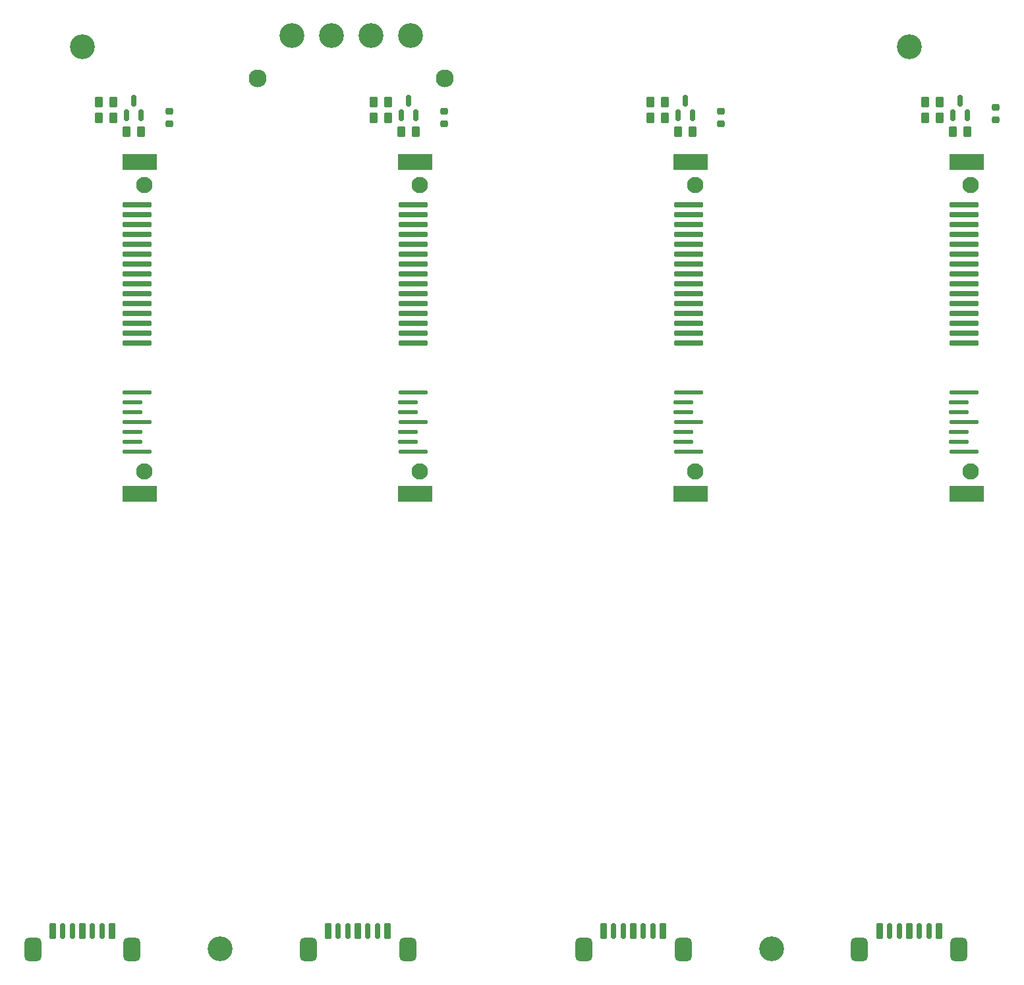
<source format=gbr>
%TF.GenerationSoftware,KiCad,Pcbnew,7.0.9*%
%TF.CreationDate,2024-03-30T19:36:49+01:00*%
%TF.ProjectId,8x-sata-backplane,38782d73-6174-4612-9d62-61636b706c61,rev?*%
%TF.SameCoordinates,Original*%
%TF.FileFunction,Soldermask,Top*%
%TF.FilePolarity,Negative*%
%FSLAX46Y46*%
G04 Gerber Fmt 4.6, Leading zero omitted, Abs format (unit mm)*
G04 Created by KiCad (PCBNEW 7.0.9) date 2024-03-30 19:36:49*
%MOMM*%
%LPD*%
G01*
G04 APERTURE LIST*
G04 Aperture macros list*
%AMRoundRect*
0 Rectangle with rounded corners*
0 $1 Rounding radius*
0 $2 $3 $4 $5 $6 $7 $8 $9 X,Y pos of 4 corners*
0 Add a 4 corners polygon primitive as box body*
4,1,4,$2,$3,$4,$5,$6,$7,$8,$9,$2,$3,0*
0 Add four circle primitives for the rounded corners*
1,1,$1+$1,$2,$3*
1,1,$1+$1,$4,$5*
1,1,$1+$1,$6,$7*
1,1,$1+$1,$8,$9*
0 Add four rect primitives between the rounded corners*
20,1,$1+$1,$2,$3,$4,$5,0*
20,1,$1+$1,$4,$5,$6,$7,0*
20,1,$1+$1,$6,$7,$8,$9,0*
20,1,$1+$1,$8,$9,$2,$3,0*%
G04 Aperture macros list end*
%ADD10C,2.300000*%
%ADD11C,3.200000*%
%ADD12C,2.100000*%
%ADD13RoundRect,0.112500X1.790000X-0.112500X1.790000X0.112500X-1.790000X0.112500X-1.790000X-0.112500X0*%
%ADD14RoundRect,0.112500X1.155000X-0.112500X1.155000X0.112500X-1.155000X0.112500X-1.155000X-0.112500X0*%
%ADD15RoundRect,0.150000X1.750000X-0.150000X1.750000X0.150000X-1.750000X0.150000X-1.750000X-0.150000X0*%
%ADD16R,4.445000X2.100000*%
%ADD17RoundRect,0.225000X0.225000X0.775000X-0.225000X0.775000X-0.225000X-0.775000X0.225000X-0.775000X0*%
%ADD18RoundRect,0.150000X0.150000X0.850000X-0.150000X0.850000X-0.150000X-0.850000X0.150000X-0.850000X0*%
%ADD19RoundRect,0.550000X0.550000X0.950000X-0.550000X0.950000X-0.550000X-0.950000X0.550000X-0.950000X0*%
%ADD20RoundRect,0.250000X0.262500X0.450000X-0.262500X0.450000X-0.262500X-0.450000X0.262500X-0.450000X0*%
%ADD21RoundRect,0.218750X0.256250X-0.218750X0.256250X0.218750X-0.256250X0.218750X-0.256250X-0.218750X0*%
%ADD22RoundRect,0.150000X0.150000X-0.587500X0.150000X0.587500X-0.150000X0.587500X-0.150000X-0.587500X0*%
%ADD23RoundRect,0.250000X-0.262500X-0.450000X0.262500X-0.450000X0.262500X0.450000X-0.262500X0.450000X0*%
G04 APERTURE END LIST*
D10*
%TO.C,J9*%
X59882000Y-32004000D03*
X83882000Y-32004000D03*
D11*
X79502000Y-26554000D03*
X74422000Y-26554000D03*
X69342000Y-26554000D03*
X64262000Y-26554000D03*
%TD*%
D12*
%TO.C,J7*%
X151483000Y-82535000D03*
X151483000Y-45735000D03*
D13*
X150585500Y-80010000D03*
D14*
X149950500Y-78740000D03*
X149950500Y-77470000D03*
D13*
X150585500Y-76200000D03*
D14*
X149950500Y-74930000D03*
X149950500Y-73660000D03*
D13*
X150585500Y-72390000D03*
D15*
X150583000Y-66040000D03*
X150583000Y-64770000D03*
X150583000Y-63500000D03*
X150583000Y-62230000D03*
X150583000Y-60960000D03*
X150583000Y-59690000D03*
X150583000Y-58420000D03*
X150583000Y-57150000D03*
X150583000Y-55880000D03*
X150583000Y-54610000D03*
X150583000Y-53340000D03*
X150583000Y-52070000D03*
X150583000Y-50800000D03*
X150583000Y-49530000D03*
X150583000Y-48260000D03*
D16*
X150900500Y-85485000D03*
X150900500Y-42785000D03*
%TD*%
D17*
%TO.C,J6*%
X111948000Y-141678000D03*
D18*
X110678000Y-141678000D03*
X109408000Y-141678000D03*
D17*
X108138000Y-141678000D03*
D18*
X106868000Y-141678000D03*
X105598000Y-141678000D03*
D17*
X104328000Y-141678000D03*
D19*
X101768000Y-144038000D03*
X114508000Y-144038000D03*
%TD*%
D12*
%TO.C,J1*%
X45283000Y-82535000D03*
X45283000Y-45735000D03*
D13*
X44385500Y-80010000D03*
D14*
X43750500Y-78740000D03*
X43750500Y-77470000D03*
D13*
X44385500Y-76200000D03*
D14*
X43750500Y-74930000D03*
X43750500Y-73660000D03*
D13*
X44385500Y-72390000D03*
D15*
X44383000Y-66040000D03*
X44383000Y-64770000D03*
X44383000Y-63500000D03*
X44383000Y-62230000D03*
X44383000Y-60960000D03*
X44383000Y-59690000D03*
X44383000Y-58420000D03*
X44383000Y-57150000D03*
X44383000Y-55880000D03*
X44383000Y-54610000D03*
X44383000Y-53340000D03*
X44383000Y-52070000D03*
X44383000Y-50800000D03*
X44383000Y-49530000D03*
X44383000Y-48260000D03*
D16*
X44700500Y-85485000D03*
X44700500Y-42785000D03*
%TD*%
D20*
%TO.C,R11*%
X145645500Y-35052000D03*
X147470500Y-35052000D03*
%TD*%
D11*
%TO.C,REF\u002A\u002A*%
X125838000Y-144000000D03*
%TD*%
D17*
%TO.C,J4*%
X76548000Y-141678000D03*
D18*
X75278000Y-141678000D03*
X74008000Y-141678000D03*
D17*
X72738000Y-141678000D03*
D18*
X71468000Y-141678000D03*
X70198000Y-141678000D03*
D17*
X68928000Y-141678000D03*
D19*
X66368000Y-144038000D03*
X79108000Y-144038000D03*
%TD*%
D21*
%TO.C,D3*%
X119380000Y-37871500D03*
X119380000Y-36296500D03*
%TD*%
%TO.C,D4*%
X154686000Y-37363500D03*
X154686000Y-35788500D03*
%TD*%
D22*
%TO.C,Q3*%
X113858000Y-36751500D03*
X115758000Y-36751500D03*
X114808000Y-34876500D03*
%TD*%
D20*
%TO.C,R12*%
X151026500Y-38862000D03*
X149201500Y-38862000D03*
%TD*%
D23*
%TO.C,R4*%
X74779500Y-37084000D03*
X76604500Y-37084000D03*
%TD*%
D22*
%TO.C,Q1*%
X42992000Y-36751500D03*
X44892000Y-36751500D03*
X43942000Y-34876500D03*
%TD*%
D11*
%TO.C,REF\u002A\u002A*%
X143538000Y-28000000D03*
%TD*%
D21*
%TO.C,D2*%
X83820000Y-37871500D03*
X83820000Y-36296500D03*
%TD*%
D20*
%TO.C,R2*%
X41298500Y-35052000D03*
X39473500Y-35052000D03*
%TD*%
%TO.C,R9*%
X115720500Y-38862000D03*
X113895500Y-38862000D03*
%TD*%
D11*
%TO.C,REF\u002A\u002A*%
X55038000Y-144000000D03*
%TD*%
D12*
%TO.C,J5*%
X116083000Y-82535000D03*
X116083000Y-45735000D03*
D13*
X115185500Y-80010000D03*
D14*
X114550500Y-78740000D03*
X114550500Y-77470000D03*
D13*
X115185500Y-76200000D03*
D14*
X114550500Y-74930000D03*
X114550500Y-73660000D03*
D13*
X115185500Y-72390000D03*
D15*
X115183000Y-66040000D03*
X115183000Y-64770000D03*
X115183000Y-63500000D03*
X115183000Y-62230000D03*
X115183000Y-60960000D03*
X115183000Y-59690000D03*
X115183000Y-58420000D03*
X115183000Y-57150000D03*
X115183000Y-55880000D03*
X115183000Y-54610000D03*
X115183000Y-53340000D03*
X115183000Y-52070000D03*
X115183000Y-50800000D03*
X115183000Y-49530000D03*
X115183000Y-48260000D03*
D16*
X115500500Y-85485000D03*
X115500500Y-42785000D03*
%TD*%
D20*
%TO.C,R5*%
X76604500Y-35052000D03*
X74779500Y-35052000D03*
%TD*%
D22*
%TO.C,Q4*%
X149164000Y-36751500D03*
X151064000Y-36751500D03*
X150114000Y-34876500D03*
%TD*%
D20*
%TO.C,R8*%
X112164500Y-35052000D03*
X110339500Y-35052000D03*
%TD*%
D23*
%TO.C,R7*%
X110339500Y-37084000D03*
X112164500Y-37084000D03*
%TD*%
D20*
%TO.C,R3*%
X44854500Y-38862000D03*
X43029500Y-38862000D03*
%TD*%
D17*
%TO.C,J8*%
X147348000Y-141698000D03*
D18*
X146078000Y-141698000D03*
X144808000Y-141698000D03*
D17*
X143538000Y-141698000D03*
D18*
X142268000Y-141698000D03*
X140998000Y-141698000D03*
D17*
X139728000Y-141698000D03*
D19*
X137168000Y-144058000D03*
X149908000Y-144058000D03*
%TD*%
D22*
%TO.C,Q2*%
X78298000Y-36751500D03*
X80198000Y-36751500D03*
X79248000Y-34876500D03*
%TD*%
D20*
%TO.C,R6*%
X80160500Y-38862000D03*
X78335500Y-38862000D03*
%TD*%
D21*
%TO.C,D1*%
X48514000Y-37871500D03*
X48514000Y-36296500D03*
%TD*%
D11*
%TO.C,REF\u002A\u002A*%
X37338000Y-28000000D03*
%TD*%
D23*
%TO.C,R10*%
X145645500Y-37084000D03*
X147470500Y-37084000D03*
%TD*%
%TO.C,R1*%
X41298500Y-37084000D03*
X39473500Y-37084000D03*
%TD*%
D17*
%TO.C,J2*%
X41148000Y-141678000D03*
D18*
X39878000Y-141678000D03*
X38608000Y-141678000D03*
D17*
X37338000Y-141678000D03*
D18*
X36068000Y-141678000D03*
X34798000Y-141678000D03*
D17*
X33528000Y-141678000D03*
D19*
X30968000Y-144038000D03*
X43708000Y-144038000D03*
%TD*%
D12*
%TO.C,J3*%
X80683000Y-82535000D03*
X80683000Y-45735000D03*
D13*
X79785500Y-80010000D03*
D14*
X79150500Y-78740000D03*
X79150500Y-77470000D03*
D13*
X79785500Y-76200000D03*
D14*
X79150500Y-74930000D03*
X79150500Y-73660000D03*
D13*
X79785500Y-72390000D03*
D15*
X79783000Y-66040000D03*
X79783000Y-64770000D03*
X79783000Y-63500000D03*
X79783000Y-62230000D03*
X79783000Y-60960000D03*
X79783000Y-59690000D03*
X79783000Y-58420000D03*
X79783000Y-57150000D03*
X79783000Y-55880000D03*
X79783000Y-54610000D03*
X79783000Y-53340000D03*
X79783000Y-52070000D03*
X79783000Y-50800000D03*
X79783000Y-49530000D03*
X79783000Y-48260000D03*
D16*
X80100500Y-85485000D03*
X80100500Y-42785000D03*
%TD*%
M02*

</source>
